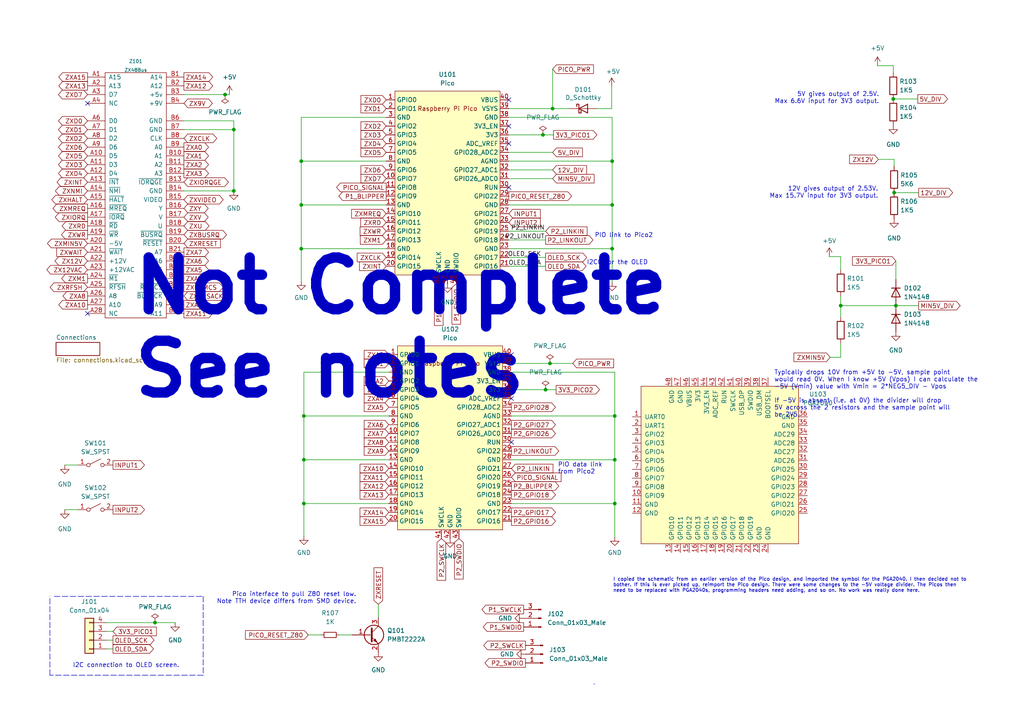
<source format=kicad_sch>
(kicad_sch (version 20211123) (generator eeschema)
  (paper "A4")
  (title_block (title "ZX Spectrum Diagnostics Board PGA2040") (date "2024-03-12"))
  (lib_symbols
    (symbol "Connector:Conn_01x03_Male" (pin_names (offset 1.016) hide)
      (property "Reference" "J" (at 0 5.08 0))
      (property "Value" "Conn_01x03_Male" (at 0 -5.08 0))
      (symbol "Conn_01x03_Male_1_1"
        (polyline (pts (xy 1.27 -2.54) (xy 0.8636 -2.54)) (stroke (width 0.1524)))
        (polyline (pts (xy 1.27 0) (xy 0.8636 0)) (stroke (width 0.1524)))
        (polyline (pts (xy 1.27 2.54) (xy 0.8636 2.54)) (stroke (width 0.1524)))
        (rectangle (start 0.8636 -2.413) (end 0 -2.667) (stroke (width 0.1524)) (fill (type outline)))
        (rectangle (start 0.8636 0.127) (end 0 -0.127) (stroke (width 0.1524)) (fill (type outline)))
        (rectangle (start 0.8636 2.667) (end 0 2.413) (stroke (width 0.1524)) (fill (type outline)))
        (pin passive line (at 5.08 2.54 180) (length 3.81) (name "Pin_1") (number "1"))
        (pin passive line (at 5.08 0 180) (length 3.81) (name "Pin_2") (number "2"))
        (pin passive line (at 5.08 -2.54 180) (length 3.81) (name "Pin_3") (number "3"))
      )
    )
    (symbol "Connector_Generic:Conn_01x04" (pin_names (offset 1.016) hide)
      (property "Reference" "J" (at 0 5.08 0))
      (property "Value" "Conn_01x04" (at 0 -7.62 0))
      (symbol "Conn_01x04_1_1"
        (rectangle (start -1.27 -4.953) (end 0 -5.207) (stroke (width 0.1524)))
        (rectangle (start -1.27 -2.413) (end 0 -2.667) (stroke (width 0.1524)))
        (rectangle (start -1.27 0.127) (end 0 -0.127) (stroke (width 0.1524)))
        (rectangle (start -1.27 2.667) (end 0 2.413) (stroke (width 0.1524)))
        (rectangle (start -1.27 3.81) (end 1.27 -6.35) (stroke (width 0.254)) (fill (type background)))
        (pin passive line (at -5.08 2.54 0) (length 3.81) (name "Pin_1") (number "1"))
        (pin passive line (at -5.08 0 0) (length 3.81) (name "Pin_2") (number "2"))
        (pin passive line (at -5.08 -2.54 0) (length 3.81) (name "Pin_3") (number "3"))
        (pin passive line (at -5.08 -5.08 0) (length 3.81) (name "Pin_4") (number "4"))
      )
    )
    (symbol "Device:D_Schottky" (pin_numbers hide) (pin_names (offset 1.016) hide)
      (property "Reference" "D" (at 0 2.54 0))
      (property "Value" "D_Schottky" (at 0 -2.54 0))
      (symbol "D_Schottky_0_1"
        (polyline (pts (xy 1.27 0) (xy -1.27 0)))
        (polyline (pts (xy 1.27 1.27) (xy 1.27 -1.27) (xy -1.27 0) (xy 1.27 1.27)) (stroke (width 0.254)))
        (polyline (pts (xy -1.905 0.635) (xy -1.905 1.27) (xy -1.27 1.27) (xy -1.27 -1.27) (xy -0.635 -1.27) (xy -0.635 -0.635)) (stroke (width 0.254)))
      )
      (symbol "D_Schottky_1_1"
        (pin passive line (at -3.81 0 0) (length 2.54) (name "K") (number "1"))
        (pin passive line (at 3.81 0 180) (length 2.54) (name "A") (number "2"))
      )
    )
    (symbol "Device:R" (pin_numbers hide) (pin_names (offset 0))
      (property "Reference" "R" (at 2.032 0 90))
      (property "Value" "R" (at 0 0 90))
      (symbol "R_0_1"
        (rectangle (start -1.016 -2.54) (end 1.016 2.54) (stroke (width 0.254)))
      )
      (symbol "R_1_1"
        (pin passive line (at 0 3.81 270) (length 1.27) (name "~") (number "1"))
        (pin passive line (at 0 -3.81 90) (length 1.27) (name "~") (number "2"))
      )
    )
    (symbol "Device:R_Small" (pin_numbers hide) (pin_names (offset 0.254) hide)
      (property "Reference" "R" (at 0.762 0.508 0))
      (property "Value" "R_Small" (at 0.762 -1.016 0))
      (symbol "R_Small_0_1"
        (rectangle (start -0.762 1.778) (end 0.762 -1.778) (stroke (width 0.2032)))
      )
      (symbol "R_Small_1_1"
        (pin passive line (at 0 2.54 270) (length 0.762) (name "~") (number "1"))
        (pin passive line (at 0 -2.54 90) (length 0.762) (name "~") (number "2"))
      )
    )
    (symbol "Diode:1N4148" (pin_numbers hide) (pin_names hide)
      (property "Reference" "D" (at 0 2.54 0))
      (property "Value" "1N4148" (at 0 -2.54 0))
      (symbol "1N4148_0_1"
        (polyline (pts (xy -1.27 1.27) (xy -1.27 -1.27)) (stroke (width 0.254)))
        (polyline (pts (xy 1.27 0) (xy -1.27 0)))
        (polyline (pts (xy 1.27 1.27) (xy 1.27 -1.27) (xy -1.27 0) (xy 1.27 1.27)) (stroke (width 0.254)))
      )
      (symbol "1N4148_1_1"
        (pin passive line (at -3.81 0 0) (length 2.54) (name "K") (number "1"))
        (pin passive line (at 3.81 0 180) (length 2.54) (name "A") (number "2"))
      )
    )
    (symbol "PGA2404:PGA2040" (pin_names (offset 1.016))
      (property "Reference" "U" (at 0 -2.54 0))
      (property "Value" "PGA2040" (at 0 2.54 0))
      (symbol "PGA2040_0_1"
        (rectangle (start -22.86 22.86) (end 22.86 -22.86) (fill (type background)))
      )
      (symbol "PGA2040_1_1"
        (pin bidirectional line (at -25.4 13.97 0) (length 2.54) (name "UART0") (number "1"))
        (pin bidirectional line (at -25.4 -8.89 0) (length 2.54) (name "GPIO9") (number "10"))
        (pin power_in line (at -25.4 -11.43 0) (length 2.54) (name "GND") (number "11"))
        (pin power_in line (at -25.4 -13.97 0) (length 2.54) (name "GND") (number "12"))
        (pin bidirectional line (at -13.97 -25.4 90) (length 2.54) (name "GPIO10") (number "13"))
        (pin bidirectional line (at -11.43 -25.4 90) (length 2.54) (name "GPIO11") (number "14"))
        (pin bidirectional line (at -8.89 -25.4 90) (length 2.54) (name "GPIO12") (number "15"))
        (pin bidirectional line (at -6.35 -25.4 90) (length 2.54) (name "GPIO13") (number "16"))
        (pin bidirectional line (at -3.81 -25.4 90) (length 2.54) (name "GPIO14") (number "17"))
        (pin bidirectional line (at -1.27 -25.4 90) (length 2.54) (name "GPIO15") (number "18"))
        (pin bidirectional line (at 1.27 -25.4 90) (length 2.54) (name "GPIO16") (number "19"))
        (pin bidirectional line (at -25.4 11.43 0) (length 2.54) (name "UART1") (number "2"))
        (pin bidirectional line (at 3.81 -25.4 90) (length 2.54) (name "GPIO17") (number "20"))
        (pin bidirectional line (at 6.35 -25.4 90) (length 2.54) (name "GPIO18") (number "21"))
        (pin bidirectional line (at 8.89 -25.4 90) (length 2.54) (name "GPIO19") (number "22"))
        (pin power_in line (at 11.43 -25.4 90) (length 2.54) (name "GND") (number "23"))
        (pin power_in line (at 13.97 -25.4 90) (length 2.54) (name "GND") (number "24"))
        (pin bidirectional line (at 25.4 -13.97 180) (length 2.54) (name "GPIO20") (number "25"))
        (pin bidirectional line (at 25.4 -11.43 180) (length 2.54) (name "GPIO21") (number "26"))
        (pin bidirectional line (at 25.4 -8.89 180) (length 2.54) (name "GPIO22") (number "27"))
        (pin bidirectional line (at 25.4 -6.35 180) (length 2.54) (name "GPIO23") (number "28"))
        (pin bidirectional line (at 25.4 -3.81 180) (length 2.54) (name "GPIO24") (number "29"))
        (pin bidirectional line (at -25.4 8.89 0) (length 2.54) (name "GPIO2") (number "3"))
        (pin bidirectional line (at 25.4 -1.27 180) (length 2.54) (name "GPIO25") (number "30"))
        (pin bidirectional line (at 25.4 1.27 180) (length 2.54) (name "ADC26") (number "31"))
        (pin bidirectional line (at 25.4 3.81 180) (length 2.54) (name "ADC27") (number "32"))
        (pin bidirectional line (at 25.4 6.35 180) (length 2.54) (name "ADC28") (number "33"))
        (pin bidirectional line (at 25.4 8.89 180) (length 2.54) (name "ADC29") (number "34"))
        (pin power_in line (at 25.4 11.43 180) (length 2.54) (name "GND") (number "35"))
        (pin power_in line (at 25.4 13.97 180) (length 2.54) (name "GND") (number "36"))
        (pin input line (at 13.97 25.4 270) (length 2.54) (name "BOOTSEL") (number "37"))
        (pin bidirectional line (at 11.43 25.4 270) (length 2.54) (name "USB_DM") (number "38"))
        (pin bidirectional line (at 8.89 25.4 270) (length 2.54) (name "SWDIO") (number "39"))
        (pin bidirectional line (at -25.4 6.35 0) (length 2.54) (name "GPIO3") (number "4"))
        (pin bidirectional line (at 6.35 25.4 270) (length 2.54) (name "USB_DP") (number "40"))
        (pin bidirectional line (at 3.81 25.4 270) (length 2.54) (name "SWCLK") (number "41"))
        (pin bidirectional line (at 1.27 25.4 270) (length 2.54) (name "RUN") (number "42"))
        (pin bidirectional line (at -1.27 25.4 270) (length 2.54) (name "ADC_REF") (number "43"))
        (pin input line (at -3.81 25.4 270) (length 2.54) (name "3V3_EN") (number "44"))
        (pin power_out line (at -6.35 25.4 270) (length 2.54) (name "3V3") (number "45"))
        (pin power_in line (at -8.89 25.4 270) (length 2.54) (name "VBUS") (number "46"))
        (pin power_in line (at -11.43 25.4 270) (length 2.54) (name "GND") (number "47"))
        (pin power_in line (at -13.97 25.4 270) (length 2.54) (name "GND") (number "48"))
        (pin bidirectional line (at -25.4 3.81 0) (length 2.54) (name "GPIO4") (number "5"))
        (pin bidirectional line (at -25.4 1.27 0) (length 2.54) (name "GPIO5") (number "6"))
        (pin bidirectional line (at -25.4 -1.27 0) (length 2.54) (name "GPIO6") (number "7"))
        (pin bidirectional line (at -25.4 -3.81 0) (length 2.54) (name "GPIO7") (number "8"))
        (pin bidirectional line (at -25.4 -6.35 0) (length 2.54) (name "GPIO8") (number "9"))
      )
    )
    (symbol "Pico:Pico"
      (property "Reference" "U" (at -13.97 27.94 0))
      (property "Value" "Pico" (at 0 19.05 0))
      (symbol "Pico_0_0"
        (text "Raspberry Pi Pico" (at 0 21.59 0) (effects (font (size 1.27 1.27))))
      )
      (symbol "Pico_0_1"
        (rectangle (start -15.24 26.67) (end 15.24 -26.67) (fill (type background)))
      )
      (symbol "Pico_1_1"
        (pin bidirectional line (at -17.78 24.13 0) (length 2.54) (name "GPIO0") (number "1"))
        (pin bidirectional line (at -17.78 1.27 0) (length 2.54) (name "GPIO7") (number "10"))
        (pin bidirectional line (at -17.78 -1.27 0) (length 2.54) (name "GPIO8") (number "11"))
        (pin bidirectional line (at -17.78 -3.81 0) (length 2.54) (name "GPIO9") (number "12"))
        (pin power_in line (at -17.78 -6.35 0) (length 2.54) (name "GND") (number "13"))
        (pin bidirectional line (at -17.78 -8.89 0) (length 2.54) (name "GPIO10") (number "14"))
        (pin bidirectional line (at -17.78 -11.43 0) (length 2.54) (name "GPIO11") (number "15"))
        (pin bidirectional line (at -17.78 -13.97 0) (length 2.54) (name "GPIO12") (number "16"))
        (pin bidirectional line (at -17.78 -16.51 0) (length 2.54) (name "GPIO13") (number "17"))
        (pin power_in line (at -17.78 -19.05 0) (length 2.54) (name "GND") (number "18"))
        (pin bidirectional line (at -17.78 -21.59 0) (length 2.54) (name "GPIO14") (number "19"))
        (pin bidirectional line (at -17.78 21.59 0) (length 2.54) (name "GPIO1") (number "2"))
        (pin bidirectional line (at -17.78 -24.13 0) (length 2.54) (name "GPIO15") (number "20"))
        (pin bidirectional line (at 17.78 -24.13 180) (length 2.54) (name "GPIO16") (number "21"))
        (pin bidirectional line (at 17.78 -21.59 180) (length 2.54) (name "GPIO17") (number "22"))
        (pin power_in line (at 17.78 -19.05 180) (length 2.54) (name "GND") (number "23"))
        (pin bidirectional line (at 17.78 -16.51 180) (length 2.54) (name "GPIO18") (number "24"))
        (pin bidirectional line (at 17.78 -13.97 180) (length 2.54) (name "GPIO19") (number "25"))
        (pin bidirectional line (at 17.78 -11.43 180) (length 2.54) (name "GPIO20") (number "26"))
        (pin bidirectional line (at 17.78 -8.89 180) (length 2.54) (name "GPIO21") (number "27"))
        (pin power_in line (at 17.78 -6.35 180) (length 2.54) (name "GND") (number "28"))
        (pin bidirectional line (at 17.78 -3.81 180) (length 2.54) (name "GPIO22") (number "29"))
        (pin power_in line (at -17.78 19.05 0) (length 2.54) (name "GND") (number "3"))
        (pin input line (at 17.78 -1.27 180) (length 2.54) (name "RUN") (number "30"))
        (pin bidirectional line (at 17.78 1.27 180) (length 2.54) (name "GPIO26_ADC0") (number "31"))
        (pin bidirectional line (at 17.78 3.81 180) (length 2.54) (name "GPIO27_ADC1") (number "32"))
        (pin power_in line (at 17.78 6.35 180) (length 2.54) (name "AGND") (number "33"))
        (pin bidirectional line (at 17.78 8.89 180) (length 2.54) (name "GPIO28_ADC2") (number "34"))
        (pin power_in line (at 17.78 11.43 180) (length 2.54) (name "ADC_VREF") (number "35"))
        (pin power_in line (at 17.78 13.97 180) (length 2.54) (name "3V3") (number "36"))
        (pin input line (at 17.78 16.51 180) (length 2.54) (name "3V3_EN") (number "37"))
        (pin bidirectional line (at 17.78 19.05 180) (length 2.54) (name "GND") (number "38"))
        (pin power_in line (at 17.78 21.59 180) (length 2.54) (name "VSYS") (number "39"))
        (pin bidirectional line (at -17.78 16.51 0) (length 2.54) (name "GPIO2") (number "4"))
        (pin power_in line (at 17.78 24.13 180) (length 2.54) (name "VBUS") (number "40"))
        (pin input line (at -2.54 -29.21 90) (length 2.54) (name "SWCLK") (number "41"))
        (pin power_in line (at 0 -29.21 90) (length 2.54) (name "GND") (number "42"))
        (pin bidirectional line (at 2.54 -29.21 90) (length 2.54) (name "SWDIO") (number "43"))
        (pin bidirectional line (at -17.78 13.97 0) (length 2.54) (name "GPIO3") (number "5"))
        (pin bidirectional line (at -17.78 11.43 0) (length 2.54) (name "GPIO4") (number "6"))
        (pin bidirectional line (at -17.78 8.89 0) (length 2.54) (name "GPIO5") (number "7"))
        (pin power_in line (at -17.78 6.35 0) (length 2.54) (name "GND") (number "8"))
        (pin bidirectional line (at -17.78 3.81 0) (length 2.54) (name "GPIO6") (number "9"))
      )
    )
    (symbol "Switch:SW_SPST" (pin_names (offset 0) hide)
      (property "Reference" "SW" (at 0 3.175 0))
      (property "Value" "SW_SPST" (at 0 -2.54 0))
      (symbol "SW_SPST_0_0"
        (circle (center -2.032 0) (radius 0.508))
        (polyline (pts (xy -1.524 0.254) (xy 1.524 1.778)))
        (circle (center 2.032 0) (radius 0.508))
      )
      (symbol "SW_SPST_1_1"
        (pin passive line (at -5.08 0 0) (length 2.54) (name "A") (number "1"))
        (pin passive line (at 5.08 0 180) (length 2.54) (name "B") (number "2"))
      )
    )
    (symbol "ZX Bus:ZX48Bus" (pin_names (offset 1.016))
      (property "Reference" "Z" (at 0 83.82 0))
      (property "Value" "ZX48Bus" (at 0 86.36 0))
      (symbol "ZX48Bus_0_0"
        (rectangle (start 0 82.55) (end 17.78 11.43))
      )
      (symbol "ZX48Bus_1_1"
        (pin input line (at -5.08 81.28 0) (length 5.08) (name "A15") (number "A1"))
        (pin input line (at -5.08 58.42 0) (length 5.08) (name "D5") (number "A10"))
        (pin input line (at -5.08 55.88 0) (length 5.08) (name "D3") (number "A11"))
        (pin input line (at -5.08 53.34 0) (length 5.08) (name "D4") (number "A12"))
        (pin input line (at -5.08 50.8 0) (length 5.08) (name "~{INT}") (number "A13"))
        (pin input line (at -5.08 48.26 0) (length 5.08) (name "~{NMI}") (number "A14"))
        (pin input line (at -5.08 45.72 0) (length 5.08) (name "~{HALT}") (number "A15"))
        (pin input line (at -5.08 43.18 0) (length 5.08) (name "~{MREQ}") (number "A16"))
        (pin input line (at -5.08 40.64 0) (length 5.08) (name "~{IORQ}") (number "A17"))
        (pin input line (at -5.08 38.1 0) (length 5.08) (name "~{RD}") (number "A18"))
        (pin input line (at -5.08 35.56 0) (length 5.08) (name "~{WR}") (number "A19"))
        (pin input line (at -5.08 78.74 0) (length 5.08) (name "A13") (number "A2"))
        (pin input line (at -5.08 33.02 0) (length 5.08) (name "-5V") (number "A20"))
        (pin input line (at -5.08 30.48 0) (length 5.08) (name "~{WAIT}") (number "A21"))
        (pin input line (at -5.08 27.94 0) (length 5.08) (name "+12V") (number "A22"))
        (pin input line (at -5.08 25.4 0) (length 5.08) (name "+12VAC") (number "A23"))
        (pin input line (at -5.08 22.86 0) (length 5.08) (name "~{M1}") (number "A24"))
        (pin input line (at -5.08 20.32 0) (length 5.08) (name "~{RFSH}") (number "A25"))
        (pin input line (at -5.08 17.78 0) (length 5.08) (name "A8") (number "A26"))
        (pin input line (at -5.08 15.24 0) (length 5.08) (name "A10") (number "A27"))
        (pin input line (at -5.08 12.7 0) (length 5.08) (name "NC") (number "A28"))
        (pin input line (at -5.08 76.2 0) (length 5.08) (name "D7") (number "A3"))
        (pin input line (at -5.08 73.66 0) (length 5.08) (name "NC") (number "A4"))
        (pin input line (at -5.08 68.58 0) (length 5.08) (name "D0") (number "A6"))
        (pin input line (at -5.08 66.04 0) (length 5.08) (name "D1") (number "A7"))
        (pin input line (at -5.08 63.5 0) (length 5.08) (name "D2") (number "A8"))
        (pin input line (at -5.08 60.96 0) (length 5.08) (name "D6") (number "A9"))
        (pin input line (at 22.86 81.28 180) (length 5.08) (name "A14") (number "B1"))
        (pin input line (at 22.86 58.42 180) (length 5.08) (name "A1") (number "B10"))
        (pin input line (at 22.86 55.88 180) (length 5.08) (name "A2") (number "B11"))
        (pin input line (at 22.86 53.34 180) (length 5.08) (name "A3") (number "B12"))
        (pin input line (at 22.86 50.8 180) (length 5.08) (name "~{IORQGE}") (number "B13"))
        (pin input line (at 22.86 48.26 180) (length 5.08) (name "GND") (number "B14"))
        (pin input line (at 22.86 45.72 180) (length 5.08) (name "VIDEO") (number "B15"))
        (pin input line (at 22.86 43.18 180) (length 5.08) (name "Y") (number "B16"))
        (pin input line (at 22.86 40.64 180) (length 5.08) (name "V") (number "B17"))
        (pin input line (at 22.86 38.1 180) (length 5.08) (name "U") (number "B18"))
        (pin input line (at 22.86 35.56 180) (length 5.08) (name "~{BUSRQ}") (number "B19"))
        (pin input line (at 22.86 78.74 180) (length 5.08) (name "A12") (number "B2"))
        (pin input line (at 22.86 33.02 180) (length 5.08) (name "~{RESET}") (number "B20"))
        (pin input line (at 22.86 30.48 180) (length 5.08) (name "A7") (number "B21"))
        (pin input line (at 22.86 27.94 180) (length 5.08) (name "A6") (number "B22"))
        (pin input line (at 22.86 25.4 180) (length 5.08) (name "A5") (number "B23"))
        (pin input line (at 22.86 22.86 180) (length 5.08) (name "A4") (number "B24"))
        (pin input line (at 22.86 20.32 180) (length 5.08) (name "~{ROMCS}") (number "B25"))
        (pin input line (at 22.86 17.78 180) (length 5.08) (name "~{BUSACK}") (number "B26"))
        (pin input line (at 22.86 15.24 180) (length 5.08) (name "A9") (number "B27"))
        (pin input line (at 22.86 12.7 180) (length 5.08) (name "A11") (number "B28"))
        (pin input line (at 22.86 76.2 180) (length 5.08) (name "+5v") (number "B3"))
        (pin input line (at 22.86 73.66 180) (length 5.08) (name "+9V") (number "B4"))
        (pin input line (at 22.86 68.58 180) (length 5.08) (name "GND") (number "B6"))
        (pin input line (at 22.86 66.04 180) (length 5.08) (name "GND") (number "B7"))
        (pin input line (at 22.86 63.5 180) (length 5.08) (name "CLK") (number "B8"))
        (pin input line (at 22.86 60.96 180) (length 5.08) (name "A0") (number "B9"))
      )
    )
    (symbol "pmbt2222a:PMBT2222A" (pin_names (offset 0) hide)
      (property "Reference" "Q" (at 5.08 1.905 0))
      (property "Value" "PMBT2222A" (at 5.08 0 0))
      (symbol "PMBT2222A_0_1"
        (polyline (pts (xy 0 0) (xy 0.635 0)))
        (polyline (pts (xy 2.54 -2.54) (xy 0.635 -0.635)))
        (polyline (pts (xy 2.54 2.54) (xy 0.635 0.635)))
        (polyline (pts (xy 0.635 1.905) (xy 0.635 -1.905) (xy 0.635 -1.905)) (stroke (width 0.508)))
        (polyline (pts (xy 2.413 -2.413) (xy 1.905 -1.905) (xy 1.905 -1.905)))
        (polyline (pts (xy 1.143 -1.651) (xy 1.651 -1.143) (xy 2.159 -2.159) (xy 1.143 -1.651) (xy 1.143 -1.651)) (fill (type outline)))
        (circle (center 1.27 0) (radius 2.8194) (stroke (width 0.254)))
      )
      (symbol "PMBT2222A_1_1"
        (pin input line (at -5.08 0 0) (length 5.08) (name "B") (number "1"))
        (pin passive line (at 2.54 -5.08 90) (length 2.54) (name "E") (number "2"))
        (pin passive line (at 2.54 5.08 270) (length 2.54) (name "C") (number "3"))
      )
    )
    (symbol "power:+5V" (power) (pin_names (offset 0))
      (property "Value" "+5V" (at 0 3.556 0))
      (symbol "+5V_0_1"
        (polyline (pts (xy -0.762 1.27) (xy 0 2.54)))
        (polyline (pts (xy 0 0) (xy 0 2.54)))
        (polyline (pts (xy 0 2.54) (xy 0.762 1.27)))
      )
      (symbol "+5V_1_1"
        (pin power_in line (at 0 0 90) (length 0) hide (name "+5V") (number "1"))
      )
    )
    (symbol "power:GND" (power) (pin_names (offset 0))
      (property "Value" "GND" (at 0 -3.81 0))
      (symbol "GND_0_1"
        (polyline (pts (xy 0 0) (xy 0 -1.27) (xy 1.27 -1.27) (xy 0 -2.54) (xy -1.27 -1.27) (xy 0 -1.27)))
      )
      (symbol "GND_1_1"
        (pin power_in line (at 0 0 270) (length 0) hide (name "GND") (number "1"))
      )
    )
    (symbol "power:PWR_FLAG" (power) (pin_numbers hide) (pin_names (offset 0) hide)
      (property "Value" "PWR_FLAG" (at 0 3.81 0))
      (symbol "PWR_FLAG_0_0"
        (pin power_out line (at 0 0 90) (length 0) (name "pwr") (number "1"))
      )
      (symbol "PWR_FLAG_0_1"
        (polyline (pts (xy 0 0) (xy 0 1.27) (xy -1.016 1.905) (xy 0 2.54) (xy 1.016 1.905) (xy 0 1.27)))
      )
    )
  )
  (junction (at 67.818 37.592))
  (junction (at 259.334 55.88))
  (junction (at 87.376 59.436))
  (junction (at 88.138 133.35))
  (junction (at 177.546 46.736))
  (junction (at 159.512 105.41))
  (junction (at 65.278 27.432))
  (junction (at 178.308 146.05))
  (junction (at 158.242 113.03))
  (junction (at 88.138 146.05))
  (junction (at 178.308 133.35))
  (junction (at 259.842 88.646))
  (junction (at 88.138 120.65))
  (junction (at 177.546 72.136))
  (junction (at 87.376 46.736))
  (junction (at 178.308 120.65))
  (junction (at 157.48 39.116))
  (junction (at 44.958 180.594))
  (junction (at 243.84 88.646))
  (junction (at 177.546 59.436))
  (junction (at 87.376 72.136))
  (junction (at 259.08 28.702))
  (junction (at 160.274 31.496))
  (junction (at 67.818 55.372))
  (no_connect (at 147.574 28.956))
  (no_connect (at 148.336 102.87))
  (no_connect (at 147.574 54.356))
  (no_connect (at 25.4 29.972))
  (no_connect (at 148.336 110.49))
  (no_connect (at 148.336 128.27))
  (no_connect (at 147.574 36.576))
  (no_connect (at 148.336 115.57))
  (no_connect (at 25.4 90.932))
  (no_connect (at 147.574 41.656))
  (wire (pts (xy 88.138 133.35) (xy 112.776 133.35)))
  (wire (pts (xy 147.574 31.496) (xy 160.274 31.496)))
  (wire (pts (xy 53.34 27.432) (xy 65.278 27.432)))
  (wire (pts (xy 67.818 37.592) (xy 67.818 55.372)))
  (wire (pts (xy 147.574 59.436) (xy 177.546 59.436)))
  (wire (pts (xy 53.34 37.592) (xy 67.818 37.592)))
  (wire (pts (xy 259.842 88.646) (xy 266.446 88.646)))
  (wire (pts (xy 158.242 74.676) (xy 147.574 74.676)))
  (wire (pts (xy 160.274 44.196) (xy 147.574 44.196)))
  (wire (pts (xy 160.274 31.496) (xy 165.354 31.496)))
  (wire (pts (xy 87.376 72.136) (xy 112.014 72.136)))
  (wire (pts (xy 148.336 146.05) (xy 178.308 146.05)))
  (wire (pts (xy 243.84 88.646) (xy 259.842 88.646)))
  (wire (pts (xy 178.308 107.95) (xy 178.308 120.65)))
  (wire (pts (xy 30.988 185.674) (xy 32.766 185.674)))
  (wire (pts (xy 30.988 188.214) (xy 32.766 188.214)))
  (polyline (pts (xy 58.928 172.974) (xy 58.928 195.834)))
  (wire (pts (xy 177.419 25.146) (xy 177.419 31.496)))
  (wire (pts (xy 177.419 31.496) (xy 172.974 31.496)))
  (polyline (pts (xy 58.928 195.834) (xy 14.478 195.834)))
  (wire (pts (xy 259.334 55.88) (xy 266.446 55.88)))
  (wire (pts (xy 148.336 105.41) (xy 159.512 105.41)))
  (wire (pts (xy 148.336 120.65) (xy 178.308 120.65)))
  (wire (pts (xy 177.546 34.036) (xy 177.546 46.736)))
  (wire (pts (xy 87.376 46.736) (xy 112.014 46.736)))
  (wire (pts (xy 177.546 59.436) (xy 177.546 72.136)))
  (wire (pts (xy 243.84 103.632) (xy 243.84 99.568)))
  (wire (pts (xy 98.298 184.15) (xy 102.108 184.15)))
  (wire (pts (xy 65.278 27.432) (xy 66.548 27.432)))
  (polyline (pts (xy 15.748 172.974) (xy 58.928 172.974)))
  (wire (pts (xy 177.546 46.736) (xy 177.546 59.436)))
  (wire (pts (xy 88.138 146.05) (xy 112.776 146.05)))
  (wire (pts (xy 87.376 59.436) (xy 112.014 59.436)))
  (wire (pts (xy 160.274 20.066) (xy 160.274 31.496)))
  (wire (pts (xy 157.48 39.116) (xy 160.528 39.116)))
  (wire (pts (xy 259.08 19.05) (xy 259.08 21.082)))
  (wire (pts (xy 178.308 146.05) (xy 178.308 155.702)))
  (wire (pts (xy 148.336 113.03) (xy 158.242 113.03)))
  (wire (pts (xy 177.546 72.136) (xy 177.546 81.788)))
  (wire (pts (xy 88.138 107.95) (xy 88.138 120.65)))
  (wire (pts (xy 87.376 59.436) (xy 87.376 72.136)))
  (wire (pts (xy 88.138 146.05) (xy 88.138 155.448)))
  (wire (pts (xy 88.138 133.35) (xy 88.138 146.05)))
  (wire (pts (xy 109.728 175.26) (xy 109.728 179.07)))
  (wire (pts (xy 259.334 46.228) (xy 259.334 48.26)))
  (wire (pts (xy 88.138 120.65) (xy 112.776 120.65)))
  (wire (pts (xy 240.792 103.632) (xy 243.84 103.632)))
  (wire (pts (xy 148.336 133.35) (xy 178.308 133.35)))
  (wire (pts (xy 158.242 69.596) (xy 147.574 69.596)))
  (wire (pts (xy 147.574 39.116) (xy 157.48 39.116)))
  (wire (pts (xy 147.574 34.036) (xy 177.546 34.036)))
  (wire (pts (xy 147.574 46.736) (xy 177.546 46.736)))
  (wire (pts (xy 89.408 184.15) (xy 93.218 184.15)))
  (wire (pts (xy 254.508 19.05) (xy 259.08 19.05)))
  (wire (pts (xy 88.138 120.65) (xy 88.138 133.35)))
  (polyline (pts (xy 172.212 198.374) (xy 172.466 198.374)))
  (wire (pts (xy 160.274 51.816) (xy 147.574 51.816)))
  (wire (pts (xy 30.988 180.594) (xy 44.958 180.594)))
  (wire (pts (xy 243.84 74.422) (xy 243.84 78.232)))
  (polyline (pts (xy 14.478 195.834) (xy 14.478 172.974)))
  (wire (pts (xy 147.574 72.136) (xy 177.546 72.136)))
  (wire (pts (xy 88.138 107.95) (xy 112.776 107.95)))
  (wire (pts (xy 44.958 180.594) (xy 50.8 180.594)))
  (wire (pts (xy 87.376 34.036) (xy 112.014 34.036)))
  (wire (pts (xy 18.796 147.828) (xy 22.606 147.828)))
  (wire (pts (xy 259.08 28.702) (xy 266.192 28.702)))
  (wire (pts (xy 159.512 105.41) (xy 166.116 105.41)))
  (wire (pts (xy 148.336 107.95) (xy 178.308 107.95)))
  (wire (pts (xy 259.842 75.692) (xy 259.842 81.026)))
  (wire (pts (xy 243.84 85.852) (xy 243.84 88.646)))
  (wire (pts (xy 30.988 183.134) (xy 32.766 183.134)))
  (wire (pts (xy 158.242 67.056) (xy 147.574 67.056)))
  (wire (pts (xy 160.274 49.276) (xy 147.574 49.276)))
  (wire (pts (xy 53.34 35.052) (xy 67.818 35.052)))
  (wire (pts (xy 18.796 134.874) (xy 22.606 134.874)))
  (wire (pts (xy 67.818 35.052) (xy 67.818 37.592)))
  (wire (pts (xy 87.376 72.136) (xy 87.376 81.534)))
  (wire (pts (xy 158.242 113.03) (xy 161.29 113.03)))
  (wire (pts (xy 240.538 74.422) (xy 243.84 74.422)))
  (wire (pts (xy 87.376 46.736) (xy 87.376 59.436)))
  (wire (pts (xy 243.84 88.646) (xy 243.84 91.948)))
  (wire (pts (xy 178.308 133.35) (xy 178.308 146.05)))
  (wire (pts (xy 87.376 34.036) (xy 87.376 46.736)))
  (wire (pts (xy 254.762 46.228) (xy 259.334 46.228)))
  (wire (pts (xy 53.34 55.372) (xy 67.818 55.372)))
  (wire (pts (xy 178.308 120.65) (xy 178.308 133.35)))
  (wire (pts (xy 158.242 77.216) (xy 147.574 77.216)))
  (text "5V gives output of 2.5V.\nMax 6.6V input for 3V3 output." (at 255.016 30.226 180) (effects (font (size 1.27 1.27)) (justify right bottom)))
  (text "PIO data link\nfrom Pico2" (at 161.798 137.668 0) (effects (font (size 1.27 1.27)) (justify left bottom)))
  (text "I2C connection to OLED screen." (at 21.082 193.802 0) (effects (font (size 1.27 1.27)) (justify left bottom)))
  (text "I2C0 for the OLED" (at 187.96 76.962 180) (effects (font (size 1.27 1.27)) (justify right bottom)))
  (text "PIO link to Pico2" (at 172.466 69.088 0) (effects (font (size 1.27 1.27)) (justify left bottom)))
  (text "Pico interface to pull Z80 reset low.\nNote TTH device differs from SMD device." (at 103.378 175.26 180) (effects (font (size 1.27 1.27)) (justify right bottom)))
  (text "Not Complete\nSee notes" (at 37.592 116.078 0) (effects (font (size 15 15) (thickness 3) bold) (justify left bottom)))
  (text "I copied the schematic from an earlier version of the Pico design, and imported the symbol for the PGA2040. I then decided not to\nbother. If this is ever picked up, reimport the Pico design. There were some changes to the -5V voltage divider. The Picos then\nneed to be replaced with PGA2040s, programming headers need adding, and so on. No work was really done here." (at 177.8 171.958 0) (effects (font (size 1 1)) (justify left bottom)))
  (text "Typically drops 10V from +5V to -5V, sample point\nwould read 0V. When I know +5V (Vpos) I can calculate the\n-5V (Vmin) value with Vmin = 2*NEG5_DIV - Vpos\n\nIf -5V is absent (i.e. at 0V) the divider will drop\n5V across the 2 resistors and the sample point will\nbe 2V5." (at 224.536 121.158 0) (effects (font (size 1.27 1.27)) (justify left bottom)))
  (text "12V gives output of 2.53V.\nMax 15.7V input for 3V3 output." (at 254.762 57.658 180) (effects (font (size 1.27 1.27)) (justify right bottom)))
  (label "P2_LINKOUT" (at 157.988 69.596 180))
  (label "P2_LINKIN" (at 157.988 67.056 180))
  (label "OLED_SCK" (at 156.972 74.676 180))
  (label "OLED_SDA" (at 156.972 77.216 180))
  (global_label "ZXA6" (shape output) (at 53.34 75.692 0) (property "Intersheet References" "${INTERSHEET_REFS}" (effects hide)))
  (global_label "ZXD4" (shape bidirectional) (at 25.4 50.292 180) (property "Intersheet References" "${INTERSHEET_REFS}" (effects hide)))
  (global_label "ZXA15" (shape output) (at 25.4 22.352 180) (property "Intersheet References" "${INTERSHEET_REFS}" (effects hide)))
  (global_label "ZXHALT" (shape bidirectional) (at 25.4 57.912 180) (property "Intersheet References" "${INTERSHEET_REFS}" (effects hide)))
  (global_label "ZXD5" (shape input) (at 112.014 44.196 180) (property "Intersheet References" "${INTERSHEET_REFS}" (effects hide)))
  (global_label "3V3_PICO1" (shape output) (at 160.528 39.116 0) (property "Intersheet References" "${INTERSHEET_REFS}" (effects hide)))
  (global_label "ZXA4" (shape output) (at 53.34 80.772 0) (property "Intersheet References" "${INTERSHEET_REFS}" (effects hide)))
  (global_label "P2_GPIO17" (shape output) (at 148.336 148.59 0) (property "Intersheet References" "${INTERSHEET_REFS}" (effects hide)))
  (global_label "PICO_PWR" (shape input) (at 160.274 20.066 0) (property "Intersheet References" "${INTERSHEET_REFS}" (effects hide)))
  (global_label "ZXD2" (shape input) (at 112.014 36.576 180) (property "Intersheet References" "${INTERSHEET_REFS}" (effects hide)))
  (global_label "ZXRESET" (shape input) (at 53.34 70.612 0) (property "Intersheet References" "${INTERSHEET_REFS}" (effects hide)))
  (global_label "ZXA2" (shape output) (at 53.34 47.752 0) (property "Intersheet References" "${INTERSHEET_REFS}" (effects hide)))
  (global_label "ZX12V" (shape bidirectional) (at 25.4 75.692 180) (property "Intersheet References" "${INTERSHEET_REFS}" (effects hide)))
  (global_label "ZXA8" (shape input) (at 112.776 128.27 180) (property "Intersheet References" "${INTERSHEET_REFS}" (effects hide)))
  (global_label "P2_SWDIO" (shape output) (at 152.4 192.278 180) (property "Intersheet References" "${INTERSHEET_REFS}" (effects hide)))
  (global_label "P2_SWCLK" (shape input) (at 128.016 156.21 270) (property "Intersheet References" "${INTERSHEET_REFS}" (effects hide)))
  (global_label "ZXA13" (shape output) (at 25.4 24.892 180) (property "Intersheet References" "${INTERSHEET_REFS}" (effects hide)))
  (global_label "ZXA10" (shape input) (at 112.776 135.89 180) (property "Intersheet References" "${INTERSHEET_REFS}" (effects hide)))
  (global_label "P1_BLIPPER" (shape output) (at 112.014 56.896 180) (property "Intersheet References" "${INTERSHEET_REFS}" (effects hide)))
  (global_label "ZXA0" (shape input) (at 112.776 102.87 180) (property "Intersheet References" "${INTERSHEET_REFS}" (effects hide)))
  (global_label "ZXA7" (shape output) (at 53.34 73.152 0) (property "Intersheet References" "${INTERSHEET_REFS}" (effects hide)))
  (global_label "P1_SWDIO" (shape output) (at 151.892 181.864 180) (property "Intersheet References" "${INTERSHEET_REFS}" (effects hide)))
  (global_label "ZXA7" (shape input) (at 112.776 125.73 180) (property "Intersheet References" "${INTERSHEET_REFS}" (effects hide)))
  (global_label "OLED_SDA" (shape output) (at 158.242 77.216 0) (property "Intersheet References" "${INTERSHEET_REFS}" (effects hide)))
  (global_label "PICO_SIGNAL" (shape input) (at 148.336 138.43 0) (property "Intersheet References" "${INTERSHEET_REFS}" (effects hide)))
  (global_label "P2_GPIO18" (shape output) (at 148.336 143.51 0) (property "Intersheet References" "${INTERSHEET_REFS}" (effects hide)))
  (global_label "P2_SWCLK" (shape output) (at 152.4 187.198 180) (property "Intersheet References" "${INTERSHEET_REFS}" (effects hide)))
  (global_label "P2_SWDIO" (shape input) (at 133.096 156.21 270) (property "Intersheet References" "${INTERSHEET_REFS}" (effects hide)))
  (global_label "ZX12VAC" (shape bidirectional) (at 25.4 78.232 180) (property "Intersheet References" "${INTERSHEET_REFS}" (effects hide)))
  (global_label "P2_GPIO26" (shape output) (at 148.336 125.73 0) (property "Intersheet References" "${INTERSHEET_REFS}" (effects hide)))
  (global_label "ZXA1" (shape output) (at 53.34 45.212 0) (property "Intersheet References" "${INTERSHEET_REFS}" (effects hide)))
  (global_label "ZXWAIT" (shape input) (at 25.4 73.152 180) (property "Intersheet References" "${INTERSHEET_REFS}" (effects hide)))
  (global_label "ZXA13" (shape input) (at 112.776 143.51 180) (property "Intersheet References" "${INTERSHEET_REFS}" (effects hide)))
  (global_label "ZXA15" (shape input) (at 112.776 151.13 180) (property "Intersheet References" "${INTERSHEET_REFS}" (effects hide)))
  (global_label "MIN5V_DIV" (shape input) (at 160.274 51.816 0) (property "Intersheet References" "${INTERSHEET_REFS}" (effects hide)))
  (global_label "ZXA2" (shape input) (at 112.776 110.49 180) (property "Intersheet References" "${INTERSHEET_REFS}" (effects hide)))
  (global_label "ZXRESET" (shape input) (at 109.728 175.26 90) (property "Intersheet References" "${INTERSHEET_REFS}" (effects hide)))
  (global_label "ZXMIN5V" (shape bidirectional) (at 25.4 70.612 180) (property "Intersheet References" "${INTERSHEET_REFS}" (effects hide)))
  (global_label "ZXD1" (shape input) (at 112.014 31.496 180) (property "Intersheet References" "${INTERSHEET_REFS}" (effects hide)))
  (global_label "3V3_PICO2" (shape output) (at 161.29 113.03 0) (property "Intersheet References" "${INTERSHEET_REFS}" (effects hide)))
  (global_label "3V3_PICO1" (shape input) (at 259.842 75.692 180) (property "Intersheet References" "${INTERSHEET_REFS}" (effects hide)))
  (global_label "ZXY" (shape bidirectional) (at 53.34 60.452 0) (property "Intersheet References" "${INTERSHEET_REFS}" (effects hide)))
  (global_label "ZXNMI" (shape bidirectional) (at 25.4 55.372 180) (property "Intersheet References" "${INTERSHEET_REFS}" (effects hide)))
  (global_label "ZXD5" (shape bidirectional) (at 25.4 45.212 180) (property "Intersheet References" "${INTERSHEET_REFS}" (effects hide)))
  (global_label "INPUT2" (shape output) (at 32.766 147.828 0) (property "Intersheet References" "${INTERSHEET_REFS}" (effects hide)))
  (global_label "OLED_SCK" (shape output) (at 32.766 185.674 0) (property "Intersheet References" "${INTERSHEET_REFS}" (effects hide)))
  (global_label "ZXRD" (shape output) (at 25.4 65.532 180) (property "Intersheet References" "${INTERSHEET_REFS}" (effects hide)))
  (global_label "ZXA12" (shape input) (at 112.776 140.97 180) (property "Intersheet References" "${INTERSHEET_REFS}" (effects hide)))
  (global_label "ZXM1" (shape output) (at 25.4 80.772 180) (property "Intersheet References" "${INTERSHEET_REFS}" (effects hide)))
  (global_label "P1_SWDIO" (shape input) (at 132.334 82.296 270) (property "Intersheet References" "${INTERSHEET_REFS}" (effects hide)))
  (global_label "5V_DIV" (shape input) (at 160.274 44.196 0) (property "Intersheet References" "${INTERSHEET_REFS}" (effects hide)))
  (global_label "ZXA11" (shape output) (at 53.34 90.932 0) (property "Intersheet References" "${INTERSHEET_REFS}" (effects hide)))
  (global_label "ZXU" (shape bidirectional) (at 53.34 65.532 0) (property "Intersheet References" "${INTERSHEET_REFS}" (effects hide)))
  (global_label "5V_DIV" (shape output) (at 266.192 28.702 0) (property "Intersheet References" "${INTERSHEET_REFS}" (effects hide)))
  (global_label "ZXD2" (shape bidirectional) (at 25.4 40.132 180) (property "Intersheet References" "${INTERSHEET_REFS}" (effects hide)))
  (global_label "ZXM1" (shape input) (at 112.014 69.596 180) (property "Intersheet References" "${INTERSHEET_REFS}" (effects hide)))
  (global_label "ZXA9" (shape output) (at 53.34 88.392 0) (property "Intersheet References" "${INTERSHEET_REFS}" (effects hide)))
  (global_label "ZXA14" (shape input) (at 112.776 148.59 180) (property "Intersheet References" "${INTERSHEET_REFS}" (effects hide)))
  (global_label "12V_DIV" (shape output) (at 266.446 55.88 0) (property "Intersheet References" "${INTERSHEET_REFS}" (effects hide)))
  (global_label "ZXMREQ" (shape output) (at 25.4 60.452 180) (property "Intersheet References" "${INTERSHEET_REFS}" (effects hide)))
  (global_label "P2_GPIO27" (shape output) (at 148.336 123.19 0) (property "Intersheet References" "${INTERSHEET_REFS}" (effects hide)))
  (global_label "ZXD6" (shape input) (at 112.014 49.276 180) (property "Intersheet References" "${INTERSHEET_REFS}" (effects hide)))
  (global_label "ZXV" (shape bidirectional) (at 53.34 62.992 0) (property "Intersheet References" "${INTERSHEET_REFS}" (effects hide)))
  (global_label "12V_DIV" (shape input) (at 160.274 49.276 0) (property "Intersheet References" "${INTERSHEET_REFS}" (effects hide)))
  (global_label "PICO_PWR" (shape input) (at 166.116 105.41 0) (property "Intersheet References" "${INTERSHEET_REFS}" (effects hide)))
  (global_label "ZXD1" (shape bidirectional) (at 25.4 37.592 180) (property "Intersheet References" "${INTERSHEET_REFS}" (effects hide)))
  (global_label "P2_LINKIN" (shape input) (at 148.336 135.89 0) (property "Intersheet References" "${INTERSHEET_REFS}" (effects hide)))
  (global_label "INPUT1" (shape input) (at 147.574 61.976 0) (property "Intersheet References" "${INTERSHEET_REFS}" (effects hide)))
  (global_label "ZXD0" (shape bidirectional) (at 25.4 35.052 180) (property "Intersheet References" "${INTERSHEET_REFS}" (effects hide)))
  (global_label "ZXA6" (shape input) (at 112.776 123.19 180) (property "Intersheet References" "${INTERSHEET_REFS}" (effects hide)))
  (global_label "ZXD6" (shape bidirectional) (at 25.4 42.672 180) (property "Intersheet References" "${INTERSHEET_REFS}" (effects hide)))
  (global_label "P2_GPIO16" (shape output) (at 148.336 151.13 0) (property "Intersheet References" "${INTERSHEET_REFS}" (effects hide)))
  (global_label "ZXA5" (shape output) (at 53.34 78.232 0) (property "Intersheet References" "${INTERSHEET_REFS}" (effects hide)))
  (global_label "PICO_SIGNAL" (shape output) (at 112.014 54.356 180) (property "Intersheet References" "${INTERSHEET_REFS}" (effects hide)))
  (global_label "ZXD7" (shape input) (at 112.014 51.816 180) (property "Intersheet References" "${INTERSHEET_REFS}" (effects hide)))
  (global_label "PICO_RESET_Z80" (shape output) (at 147.574 56.896 0) (property "Intersheet References" "${INTERSHEET_REFS}" (effects hide)))
  (global_label "ZXIORQ" (shape output) (at 25.4 62.992 180) (property "Intersheet References" "${INTERSHEET_REFS}" (effects hide)))
  (global_label "ZX12V" (shape input) (at 254.762 46.228 180) (property "Intersheet References" "${INTERSHEET_REFS}" (effects hide)))
  (global_label "ZXA5" (shape input) (at 112.776 118.11 180) (property "Intersheet References" "${INTERSHEET_REFS}" (effects hide)))
  (global_label "ZXMREQ" (shape input) (at 112.014 61.976 180) (property "Intersheet References" "${INTERSHEET_REFS}" (effects hide)))
  (global_label "P2_LINKOUT" (shape output) (at 148.336 130.81 0) (property "Intersheet References" "${INTERSHEET_REFS}" (effects hide)))
  (global_label "ZXD3" (shape bidirectional) (at 25.4 47.752 180) (property "Intersheet References" "${INTERSHEET_REFS}" (effects hide)))
  (global_label "ZXA10" (shape output) (at 25.4 88.392 180) (property "Intersheet References" "${INTERSHEET_REFS}" (effects hide)))
  (global_label "ZXRD" (shape input) (at 112.014 64.516 180) (property "Intersheet References" "${INTERSHEET_REFS}" (effects hide)))
  (global_label "ZXA9" (shape input) (at 112.776 130.81 180) (property "Intersheet References" "${INTERSHEET_REFS}" (effects hide)))
  (global_label "INPUT1" (shape output) (at 32.766 134.874 0) (property "Intersheet References" "${INTERSHEET_REFS}" (effects hide)))
  (global_label "OLED_SCK" (shape output) (at 158.242 74.676 0) (property "Intersheet References" "${INTERSHEET_REFS}" (effects hide)))
  (global_label "ZXD4" (shape input) (at 112.014 41.656 180) (property "Intersheet References" "${INTERSHEET_REFS}" (effects hide)))
  (global_label "MIN5V_DIV" (shape output) (at 266.446 88.646 0) (property "Intersheet References" "${INTERSHEET_REFS}" (effects hide)))
  (global_label "ZXWR" (shape output) (at 25.4 68.072 180) (property "Intersheet References" "${INTERSHEET_REFS}" (effects hide)))
  (global_label "ZXA3" (shape output) (at 53.34 50.292 0) (property "Intersheet References" "${INTERSHEET_REFS}" (effects hide)))
  (global_label "INPUT2" (shape input) (at 147.574 64.516 0) (property "Intersheet References" "${INTERSHEET_REFS}" (effects hide)))
  (global_label "P2_LINKOUT" (shape output) (at 158.242 69.596 0) (property "Intersheet References" "${INTERSHEET_REFS}" (effects hide)))
  (global_label "ZXA1" (shape input) (at 112.776 105.41 180) (property "Intersheet References" "${INTERSHEET_REFS}" (effects hide)))
  (global_label "ZXCLK" (shape input) (at 112.014 74.676 180) (property "Intersheet References" "${INTERSHEET_REFS}" (effects hide)))
  (global_label "ZXA4" (shape input) (at 112.776 115.57 180) (property "Intersheet References" "${INTERSHEET_REFS}" (effects hide)))
  (global_label "ZXA3" (shape input) (at 112.776 113.03 180) (property "Intersheet References" "${INTERSHEET_REFS}" (effects hide)))
  (global_label "ZXVIDEO" (shape bidirectional) (at 53.34 57.912 0) (property "Intersheet References" "${INTERSHEET_REFS}" (effects hide)))
  (global_label "ZXD7" (shape bidirectional) (at 25.4 27.432 180) (property "Intersheet References" "${INTERSHEET_REFS}" (effects hide)))
  (global_label "ZXINT" (shape input) (at 112.014 77.216 180) (property "Intersheet References" "${INTERSHEET_REFS}" (effects hide)))
  (global_label "ZXA12" (shape output) (at 53.34 24.892 0) (property "Intersheet References" "${INTERSHEET_REFS}" (effects hide)))
  (global_label "PICO_RESET_Z80" (shape input) (at 89.408 184.15 180) (property "Intersheet References" "${INTERSHEET_REFS}" (effects hide)))
  (global_label "P2_LINKIN" (shape input) (at 158.242 67.056 0) (property "Intersheet References" "${INTERSHEET_REFS}" (effects hide)))
  (global_label "ZXBUSACK" (shape bidirectional) (at 53.34 85.852 0) (property "Intersheet References" "${INTERSHEET_REFS}" (effects hide)))
  (global_label "ZXD3" (shape input) (at 112.014 39.116 180) (property "Intersheet References" "${INTERSHEET_REFS}" (effects hide)))
  (global_label "ZXBUSRQ" (shape bidirectional) (at 53.34 68.072 0) (property "Intersheet References" "${INTERSHEET_REFS}" (effects hide)))
  (global_label "P1_SWCLK" (shape input) (at 127.254 82.296 270) (property "Intersheet References" "${INTERSHEET_REFS}" (effects hide)))
  (global_label "P2_GPIO28" (shape output) (at 148.336 118.11 0) (property "Intersheet References" "${INTERSHEET_REFS}" (effects hide)))
  (global_label "P2_BLIPPER" (shape output) (at 148.336 140.97 0) (property "Intersheet References" "${INTERSHEET_REFS}" (effects hide)))
  (global_label "OLED_SDA" (shape output) (at 32.766 188.214 0) (property "Intersheet References" "${INTERSHEET_REFS}" (effects hide)))
  (global_label "ZXD0" (shape input) (at 112.014 28.956 180) (property "Intersheet References" "${INTERSHEET_REFS}" (effects hide)))
  (global_label "ZXA14" (shape output) (at 53.34 22.352 0) (property "Intersheet References" "${INTERSHEET_REFS}" (effects hide)))
  (global_label "ZXWR" (shape input) (at 112.014 67.056 180) (property "Intersheet References" "${INTERSHEET_REFS}" (effects hide)))
  (global_label "3V3_PICO1" (shape input) (at 32.766 183.134 0) (property "Intersheet References" "${INTERSHEET_REFS}" (effects hide)))
  (global_label "ZXINT" (shape bidirectional) (at 25.4 52.832 180) (property "Intersheet References" "${INTERSHEET_REFS}" (effects hide)))
  (global_label "P1_SWCLK" (shape output) (at 151.892 176.784 180) (property "Intersheet References" "${INTERSHEET_REFS}" (effects hide)))
  (global_label "ZXRFSH" (shape bidirectional) (at 25.4 83.312 180) (property "Intersheet References" "${INTERSHEET_REFS}" (effects hide)))
  (global_label "ZXA8" (shape output) (at 25.4 85.852 180) (property "Intersheet References" "${INTERSHEET_REFS}" (effects hide)))
  (global_label "ZXROMCS" (shape output) (at 53.34 83.312 0) (property "Intersheet References" "${INTERSHEET_REFS}" (effects hide)))
  (global_label "ZXA0" (shape output) (at 53.34 42.672 0) (property "Intersheet References" "${INTERSHEET_REFS}" (effects hide)))
  (global_label "ZXA11" (shape input) (at 112.776 138.43 180) (property "Intersheet References" "${INTERSHEET_REFS}" (effects hide)))
  (global_label "ZX9V" (shape bidirectional) (at 53.34 29.972 0) (property "Intersheet References" "${INTERSHEET_REFS}" (effects hide)))
  (global_label "ZXMIN5V" (shape input) (at 240.792 103.632 180) (property "Intersheet References" "${INTERSHEET_REFS}" (effects hide)))
  (global_label "ZXIORQGE" (shape bidirectional) (at 53.34 52.832 0) (property "Intersheet References" "${INTERSHEET_REFS}" (effects hide)))
  (global_label "ZXCLK" (shape bidirectional) (at 53.34 40.132 0) (property "Intersheet References" "${INTERSHEET_REFS}" (effects hide)))
  (symbol (lib_id "ZX Bus:ZX48Bus") (at 30.48 103.632 0) (unit 1)
    (property "Reference" "Z101" (at 39.37 17.78 0) (effects (font (size 0.9906 0.9906))))
    (property "Value" "ZX48Bus" (at 39.37 20.32 0) (effects (font (size 0.9906 0.9906))))
    (property "Footprint" "zxedge:Spectrum_Edge_Connector" (effects hide))
  )
  (symbol (lib_id "power:GND") (at 109.728 189.23 0) (unit 1)
    (property "Reference" "#PWR0110" (effects hide))
    (property "Value" "GND" (at 109.728 194.31 0))
  )
  (symbol (lib_id "power:+5V") (at 66.548 27.432 0) (unit 1)
    (property "Reference" "#PWR0102" (effects hide))
    (property "Value" "+5V" (at 66.548 22.352 0))
  )
  (symbol (lib_id "power:PWR_FLAG") (at 44.958 180.594 0) (unit 1)
    (property "Reference" "#FLG0101" (effects hide))
    (property "Value" "PWR_FLAG" (at 44.958 176.022 0))
  )
  (symbol (lib_id "power:PWR_FLAG") (at 157.48 39.116 0) (unit 1)
    (property "Reference" "#FLG0103" (effects hide))
    (property "Value" "PWR_FLAG" (at 157.48 34.036 0))
  )
  (symbol (lib_id "pmbt2222a:PMBT2222A") (at 107.188 184.15 0) (unit 1)
    (property "Reference" "Q101" (at 112.268 182.8799 0) (effects (justify left)))
    (property "Value" "PMBT2222A" (at 112.268 185.4199 0) (effects (justify left)))
    (property "Footprint" "Package_TO_SOT_SMD:TSOT-23_HandSoldering" (effects hide))
    (property "Datasheet" "https://www.mouser.co.uk/ProductDetail/771-PMBT2222A-T-R" (effects hide))
  )
  (symbol (lib_id "power:PWR_FLAG") (at 65.278 27.432 0) (mirror x) (unit 1)
    (property "Reference" "#FLG0102" (effects hide))
    (property "Value" "PWR_FLAG" (at 65.278 32.512 0))
  )
  (symbol (lib_id "PGA2404:PGA2040") (at 208.788 134.874 0) (unit 1)
    (property "Reference" "U103" (at 237.236 114.3252 0))
    (property "Value" "PGA2040" (at 237.236 116.8652 0))
    (property "Footprint" "PGA2040:PGA2040" (effects hide))
  )
  (symbol (lib_id "Switch:SW_SPST") (at 27.686 147.828 0) (unit 1)
    (property "Reference" "SW102" (at 27.686 141.478 0))
    (property "Value" "SW_SPST" (at 27.686 144.018 0))
    (property "Footprint" "Button_Switch_THT:SW_PUSH_6mm_H4.3mm" (effects hide))
  )
  (symbol (lib_id "Connector_Generic:Conn_01x04") (at 25.908 185.674 180) (unit 1)
    (property "Reference" "J101" (at 25.908 174.498 0))
    (property "Value" "Conn_01x04" (at 25.908 177.038 0))
    (property "Footprint" "Connector_PinHeader_2.54mm:PinHeader_1x04_P2.54mm_Vertical" (effects hide))
  )
  (symbol (lib_id "power:GND") (at 259.334 63.5 0) (unit 1)
    (property "Reference" "#PWR0108" (effects hide))
    (property "Value" "GND" (at 259.334 69.088 0))
  )
  (symbol (lib_id "Device:R_Small") (at 95.758 184.15 90) (unit 1)
    (property "Reference" "R107" (at 95.758 177.8 90))
    (property "Value" "1K" (at 95.758 180.34 90))
    (property "Footprint" "Resistor_SMD:R_1206_3216Metric_Pad1.30x1.75mm_HandSolder" (effects hide))
  )
  (symbol (lib_id "Connector:Conn_01x03_Male") (at 157.48 189.738 180) (unit 1) (on_board no)
    (property "Reference" "J103" (at 159.258 188.4679 0) (effects (justify right)))
    (property "Value" "Conn_01x03_Male" (at 159.258 191.0079 0) (effects (justify right)))
    (property "Footprint" "Connector_PinSocket_2.54mm:PinSocket_1x03_P2.54mm_Vertical" (effects hide))
  )
  (symbol (lib_id "Pico:Pico") (at 129.794 53.086 0) (unit 1)
    (property "Reference" "U101" (at 129.794 21.59 0))
    (property "Value" "Pico" (at 129.794 24.13 0))
    (property "Footprint" "Pico:RPi_Pico_SMD_TH" (effects hide))
  )
  (symbol (lib_id "power:GND") (at 50.8 180.594 0) (unit 1)
    (property "Reference" "#PWR0101" (effects hide))
    (property "Value" "GND" (at 50.8 185.674 0))
  )
  (symbol (lib_id "Device:R") (at 259.334 52.07 180) (unit 1)
    (property "Reference" "R105" (at 261.112 50.7999 0) (effects (justify right)))
    (property "Value" "5K6" (at 261.112 53.3399 0) (effects (justify right)))
    (property "Footprint" "Resistor_SMD:R_1206_3216Metric_Pad1.30x1.75mm_HandSolder" (effects hide))
  )
  (symbol (lib_id "Pico:Pico") (at 130.556 127 0) (unit 1)
    (property "Reference" "U102" (at 130.556 95.504 0))
    (property "Value" "Pico" (at 130.556 98.044 0))
    (property "Footprint" "Pico:RPi_Pico_SMD_TH" (effects hide))
  )
  (symbol (lib_id "power:GND") (at 177.546 81.788 0) (unit 1)
    (property "Reference" "#PWR0115" (effects hide))
    (property "Value" "GND" (at 177.546 86.36 0))
  )
  (symbol (lib_id "power:GND") (at 151.892 179.324 270) (unit 1)
    (property "Reference" "#PWR0120" (effects hide))
    (property "Value" "GND" (at 148.59 179.3239 90) (effects (justify right)))
  )
  (symbol (lib_id "power:+5V") (at 254.508 19.05 0) (unit 1)
    (property "Reference" "#PWR0106" (effects hide))
    (property "Value" "+5V" (at 254.508 13.97 0))
  )
  (symbol (lib_id "power:GND") (at 18.796 147.828 0) (unit 1)
    (property "Reference" "#PWR0112" (effects hide))
    (property "Value" "GND" (at 18.796 153.416 0))
  )
  (symbol (lib_id "power:GND") (at 178.308 155.702 0) (unit 1)
    (property "Reference" "#PWR0116" (effects hide))
    (property "Value" "GND" (at 178.308 160.274 0))
  )
  (symbol (lib_id "power:PWR_FLAG") (at 158.242 113.03 0) (unit 1)
    (property "Reference" "#FLG0104" (effects hide))
    (property "Value" "PWR_FLAG" (at 158.242 107.95 0))
  )
  (symbol (lib_id "power:GND") (at 130.556 156.21 0) (unit 1)
    (property "Reference" "#PWR0117" (effects hide))
    (property "Value" "GND" (at 130.556 161.29 0))
  )
  (symbol (lib_id "power:+5V") (at 240.538 74.422 0) (unit 1)
    (property "Reference" "#PWR0105" (effects hide))
    (property "Value" "+5V" (at 240.538 69.85 0))
  )
  (symbol (lib_id "power:GND") (at 18.796 134.874 0) (unit 1)
    (property "Reference" "#PWR0111" (effects hide))
    (property "Value" "GND" (at 18.796 140.462 0))
  )
  (symbol (lib_id "power:GND") (at 87.376 81.534 0) (unit 1)
    (property "Reference" "#PWR0113" (effects hide))
    (property "Value" "GND" (at 87.376 86.36 0))
  )
  (symbol (lib_id "power:GND") (at 88.138 155.448 0) (unit 1)
    (property "Reference" "#PWR0114" (effects hide))
    (property "Value" "GND" (at 88.138 160.274 0))
  )
  (symbol (lib_id "Device:R") (at 259.08 24.892 180) (unit 1)
    (property "Reference" "R103" (at 260.858 23.6219 0) (effects (justify right)))
    (property "Value" "1K5" (at 260.858 26.1619 0) (effects (justify right)))
    (property "Footprint" "Resistor_SMD:R_1206_3216Metric_Pad1.30x1.75mm_HandSolder" (effects hide))
  )
  (symbol (lib_id "Diode:1N4148") (at 259.842 92.456 270) (unit 1)
    (property "Reference" "D103" (at 262.128 91.1859 90) (effects (justify left)))
    (property "Value" "1N4148" (at 262.128 93.7259 90) (effects (justify left)))
    (property "Footprint" "Diode_SMD:D_SOD-123" (effects hide))
    (property "Datasheet" "https://assets.nexperia.com/documents/data-sheet/1N4148_1N4448.pdf" (effects hide))
  )
  (symbol (lib_id "Diode:1N4148") (at 259.842 84.836 270) (unit 1)
    (property "Reference" "D102" (at 262.128 83.5659 90) (effects (justify left)))
    (property "Value" "1N4148" (at 262.128 86.1059 90) (effects (justify left)))
    (property "Footprint" "Diode_SMD:D_SOD-123" (effects hide))
    (property "Datasheet" "https://assets.nexperia.com/documents/data-sheet/1N4148_1N4448.pdf" (effects hide))
  )
  (symbol (lib_id "power:GND") (at 259.842 96.266 0) (unit 1)
    (property "Reference" "#PWR0109" (effects hide))
    (property "Value" "GND" (at 259.842 101.6 0))
  )
  (symbol (lib_id "Device:R") (at 243.84 95.758 0) (unit 1)
    (property "Reference" "R102" (at 245.618 94.4879 0) (effects (justify left)))
    (property "Value" "1K5" (at 245.618 97.0279 0) (effects (justify left)))
    (property "Footprint" "Resistor_SMD:R_1206_3216Metric_Pad1.30x1.75mm_HandSolder" (effects hide))
  )
  (symbol (lib_id "Connector:Conn_01x03_Male") (at 156.972 179.324 180) (unit 1) (on_board no)
    (property "Reference" "J102" (at 158.75 178.0539 0) (effects (justify right)))
    (property "Value" "Conn_01x03_Male" (at 158.75 180.5939 0) (effects (justify right)))
    (property "Footprint" "Connector_PinSocket_2.54mm:PinSocket_1x03_P2.54mm_Vertical" (effects hide))
  )
  (symbol (lib_id "power:PWR_FLAG") (at 159.512 105.41 0) (unit 1)
    (property "Reference" "#FLG0105" (effects hide))
    (property "Value" "PWR_FLAG" (at 159.512 100.33 0))
  )
  (symbol (lib_id "Device:R") (at 259.08 32.512 0) (unit 1)
    (property "Reference" "R104" (at 260.858 31.2419 0) (effects (justify left)))
    (property "Value" "1K5" (at 260.858 33.7819 0) (effects (justify left)))
    (property "Footprint" "Resistor_SMD:R_1206_3216Metric_Pad1.30x1.75mm_HandSolder" (effects hide))
  )
  (symbol (lib_id "power:GND") (at 129.794 82.296 0) (unit 1)
    (property "Reference" "#PWR0118" (effects hide))
    (property "Value" "GND" (at 129.794 87.63 0))
  )
  (symbol (lib_id "Device:D_Schottky") (at 169.164 31.496 0) (unit 1)
    (property "Reference" "D101" (at 169.164 25.9842 0))
    (property "Value" "D_Schottky" (at 169.164 28.2956 0))
    (property "Footprint" "Diode_SMD:D_1206_3216Metric_Pad1.42x1.75mm_HandSolder" (effects hide))
  )
  (symbol (lib_id "Device:R") (at 243.84 82.042 0) (unit 1)
    (property "Reference" "R101" (at 245.618 80.7719 0) (effects (justify left)))
    (property "Value" "1K5" (at 245.618 83.3119 0) (effects (justify left)))
    (property "Footprint" "Resistor_SMD:R_1206_3216Metric_Pad1.30x1.75mm_HandSolder" (effects hide))
  )
  (symbol (lib_id "power:GND") (at 152.4 189.738 270) (unit 1)
    (property "Reference" "#PWR0119" (effects hide))
    (property "Value" "GND" (at 149.098 189.7379 90) (effects (justify right)))
  )
  (symbol (lib_id "Switch:SW_SPST") (at 27.686 134.874 0) (unit 1)
    (property "Reference" "SW101" (at 27.686 128.524 0))
    (property "Value" "SW_SPST" (at 27.686 131.064 0))
    (property "Footprint" "Button_Switch_THT:SW_PUSH_6mm_H4.3mm" (effects hide))
  )
  (symbol (lib_id "power:+5V") (at 177.419 25.146 0) (unit 1)
    (property "Reference" "#PWR0104" (effects hide))
    (property "Value" "+5V" (at 177.8 20.7518 0))
  )
  (symbol (lib_id "power:GND") (at 67.818 55.372 0) (unit 1)
    (property "Reference" "#PWR0103" (effects hide))
    (property "Value" "GND" (at 67.818 60.452 0))
  )
  (symbol (lib_id "Device:R") (at 259.334 59.69 0) (unit 1)
    (property "Reference" "R106" (at 261.112 58.4199 0) (effects (justify left)))
    (property "Value" "1K5" (at 261.112 60.9599 0) (effects (justify left)))
    (property "Footprint" "Resistor_SMD:R_1206_3216Metric_Pad1.30x1.75mm_HandSolder" (effects hide))
  )
  (symbol (lib_id "power:GND") (at 259.08 36.322 0) (unit 1)
    (property "Reference" "#PWR0107" (effects hide))
    (property "Value" "GND" (at 259.08 41.91 0))
  )
  (sheet (at 16.256 99.314) (size 12.7 3.81) (stroke (width 0.1524))
    (property "Sheet name" "Connections" (at 16.256 98.6024 0) (effects (justify left bottom)))
    (property "Sheet file" "connections.kicad_sch" (at 16.256 103.7086 0) (effects (justify left top)))
  )
)
</source>
